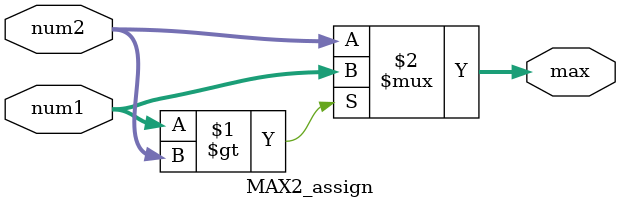
<source format=v>



module MAX2_assign (
    input  [7:0]         num1, num2,
    output [7:0]         max
);
// Your codes should start from here.

 assign max = (num1>num2)?num1:num2;

// End of your codes.
endmodule
</source>
